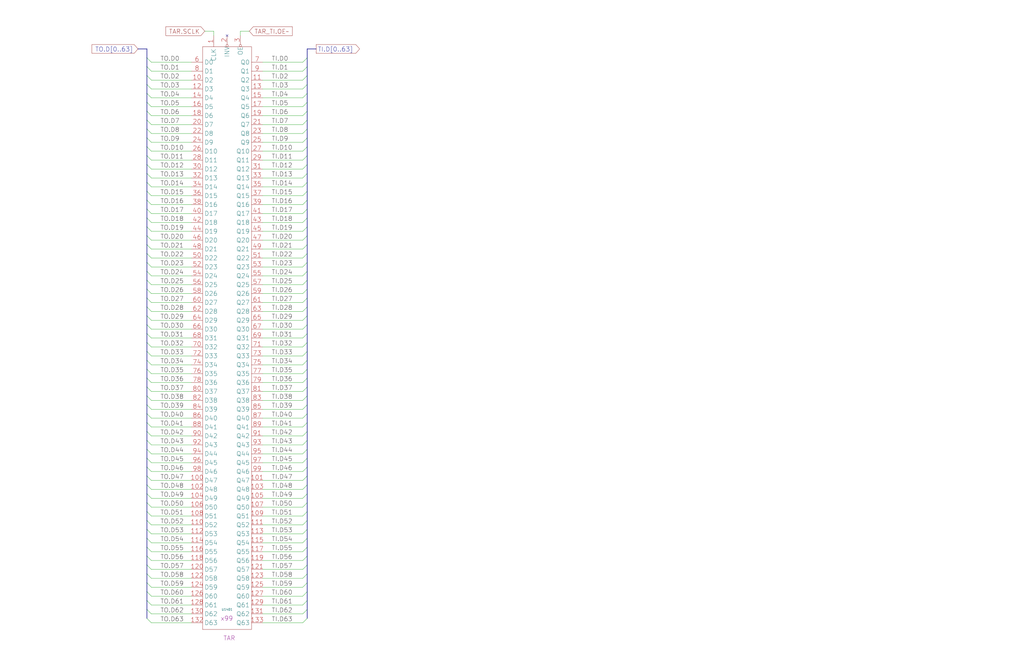
<source format=kicad_sch>
(kicad_sch (version 20211123) (generator eeschema)
  (paper "User" 584.2 378.46)
  (title_block (title "TYPE ASSEMBLY REGISTER") (date "20-MAR-90") (rev "1.0") (comment 1 "FIU") (comment 2 "232-003065") (comment 3 "S400") (comment 4 "RELEASED"))
  (lib_symbols
    (symbol "r1000:XREG64" (pin_names (offset 1.016))
      (property "Reference" "U" (at 2.54 5.08 0))
      (property "Value" "XREG64" (at -1.27 -5.08 0))
      (property "Location" "___" (at -1.27 0 0))
      (property "Name" "______" (at 3.81 -12.7 0))
      (symbol "XREG64_1_1"
        (rectangle (start -11.43 326.39) (end 16.51 -6.35))
        (circle (center 2.54 327.025) (radius 0.635))
        (circle (center 10.16 327.025) (radius 0.635))
        (pin input line (at -5.08 332.74 270) (length 6.35) (name "CLK") (number "1"))
        (pin input line (at -17.78 307.34 0) (length 6.35) (name "D2") (number "10"))
        (pin input line (at -17.78 78.74 0) (length 6.35) (name "D47") (number "100"))
        (pin tri_state line (at 22.86 78.74 180) (length 6.35) (name "Q47") (number "101"))
        (pin input line (at -17.78 73.66 0) (length 6.35) (name "D48") (number "102"))
        (pin tri_state line (at 22.86 73.66 180) (length 6.35) (name "Q48") (number "103"))
        (pin input line (at -17.78 68.58 0) (length 6.35) (name "D49") (number "104"))
        (pin tri_state line (at 22.86 68.58 180) (length 6.35) (name "Q49") (number "105"))
        (pin input line (at -17.78 63.5 0) (length 6.35) (name "D50") (number "106"))
        (pin tri_state line (at 22.86 63.5 180) (length 6.35) (name "Q50") (number "107"))
        (pin input line (at -17.78 58.42 0) (length 6.35) (name "D51") (number "108"))
        (pin tri_state line (at 22.86 58.42 180) (length 6.35) (name "Q51") (number "109"))
        (pin tri_state line (at 22.86 307.34 180) (length 6.35) (name "Q2") (number "11"))
        (pin input line (at -17.78 53.34 0) (length 6.35) (name "D52") (number "110"))
        (pin tri_state line (at 22.86 53.34 180) (length 6.35) (name "Q52") (number "111"))
        (pin input line (at -17.78 48.26 0) (length 6.35) (name "D53") (number "112"))
        (pin tri_state line (at 22.86 48.26 180) (length 6.35) (name "Q53") (number "113"))
        (pin input line (at -17.78 43.18 0) (length 6.35) (name "D54") (number "114"))
        (pin tri_state line (at 22.86 43.18 180) (length 6.35) (name "Q54") (number "115"))
        (pin input line (at -17.78 38.1 0) (length 6.35) (name "D55") (number "116"))
        (pin tri_state line (at 22.86 38.1 180) (length 6.35) (name "Q55") (number "117"))
        (pin input line (at -17.78 33.02 0) (length 6.35) (name "D56") (number "118"))
        (pin tri_state line (at 22.86 33.02 180) (length 6.35) (name "Q56") (number "119"))
        (pin input line (at -17.78 302.26 0) (length 6.35) (name "D3") (number "12"))
        (pin input line (at -17.78 27.94 0) (length 6.35) (name "D57") (number "120"))
        (pin tri_state line (at 22.86 27.94 180) (length 6.35) (name "Q57") (number "121"))
        (pin input line (at -17.78 22.86 0) (length 6.35) (name "D58") (number "122"))
        (pin tri_state line (at 22.86 22.86 180) (length 6.35) (name "Q58") (number "123"))
        (pin input line (at -17.78 17.78 0) (length 6.35) (name "D59") (number "124"))
        (pin tri_state line (at 22.86 17.78 180) (length 6.35) (name "Q59") (number "125"))
        (pin input line (at -17.78 12.7 0) (length 6.35) (name "D60") (number "126"))
        (pin tri_state line (at 22.86 12.7 180) (length 6.35) (name "Q60") (number "127"))
        (pin input line (at -17.78 7.62 0) (length 6.35) (name "D61") (number "128"))
        (pin tri_state line (at 22.86 7.62 180) (length 6.35) (name "Q61") (number "129"))
        (pin tri_state line (at 22.86 302.26 180) (length 6.35) (name "Q3") (number "13"))
        (pin input line (at -17.78 2.54 0) (length 6.35) (name "D62") (number "130"))
        (pin tri_state line (at 22.86 2.54 180) (length 6.35) (name "Q62") (number "131"))
        (pin input line (at -17.78 -2.54 0) (length 6.35) (name "D63") (number "132"))
        (pin tri_state line (at 22.86 -2.54 180) (length 6.35) (name "Q63") (number "133"))
        (pin input line (at -17.78 297.18 0) (length 6.35) (name "D4") (number "14"))
        (pin tri_state line (at 22.86 297.18 180) (length 6.35) (name "Q4") (number "15"))
        (pin input line (at -17.78 292.1 0) (length 6.35) (name "D5") (number "16"))
        (pin tri_state line (at 22.86 292.1 180) (length 6.35) (name "Q5") (number "17"))
        (pin input line (at -17.78 287.02 0) (length 6.35) (name "D6") (number "18"))
        (pin tri_state line (at 22.86 287.02 180) (length 6.35) (name "Q6") (number "19"))
        (pin input line (at 2.54 332.74 270) (length 5.08) (name "INV") (number "2"))
        (pin input line (at -17.78 281.94 0) (length 6.35) (name "D7") (number "20"))
        (pin tri_state line (at 22.86 281.94 180) (length 6.35) (name "Q7") (number "21"))
        (pin input line (at -17.78 276.86 0) (length 6.35) (name "D8") (number "22"))
        (pin tri_state line (at 22.86 276.86 180) (length 6.35) (name "Q8") (number "23"))
        (pin input line (at -17.78 271.78 0) (length 6.35) (name "D9") (number "24"))
        (pin tri_state line (at 22.86 271.78 180) (length 6.35) (name "Q9") (number "25"))
        (pin input line (at -17.78 266.7 0) (length 6.35) (name "D10") (number "26"))
        (pin tri_state line (at 22.86 266.7 180) (length 6.35) (name "Q10") (number "27"))
        (pin input line (at -17.78 261.62 0) (length 6.35) (name "D11") (number "28"))
        (pin tri_state line (at 22.86 261.62 180) (length 6.35) (name "Q11") (number "29"))
        (pin input line (at 10.16 332.74 270) (length 5.08) (name "OE") (number "3"))
        (pin input line (at -17.78 256.54 0) (length 6.35) (name "D12") (number "30"))
        (pin tri_state line (at 22.86 256.54 180) (length 6.35) (name "Q12") (number "31"))
        (pin input line (at -17.78 251.46 0) (length 6.35) (name "D13") (number "32"))
        (pin tri_state line (at 22.86 251.46 180) (length 6.35) (name "Q13") (number "33"))
        (pin input line (at -17.78 246.38 0) (length 6.35) (name "D14") (number "34"))
        (pin tri_state line (at 22.86 246.38 180) (length 6.35) (name "Q14") (number "35"))
        (pin input line (at -17.78 241.3 0) (length 6.35) (name "D15") (number "36"))
        (pin tri_state line (at 22.86 241.3 180) (length 6.35) (name "Q15") (number "37"))
        (pin input line (at -17.78 236.22 0) (length 6.35) (name "D16") (number "38"))
        (pin tri_state line (at 22.86 236.22 180) (length 6.35) (name "Q16") (number "39"))
        (pin input line (at -17.78 231.14 0) (length 6.35) (name "D17") (number "40"))
        (pin tri_state line (at 22.86 231.14 180) (length 6.35) (name "Q17") (number "41"))
        (pin input line (at -17.78 226.06 0) (length 6.35) (name "D18") (number "42"))
        (pin tri_state line (at 22.86 226.06 180) (length 6.35) (name "Q18") (number "43"))
        (pin input line (at -17.78 220.98 0) (length 6.35) (name "D19") (number "44"))
        (pin tri_state line (at 22.86 220.98 180) (length 6.35) (name "Q19") (number "45"))
        (pin input line (at -17.78 215.9 0) (length 6.35) (name "D20") (number "46"))
        (pin tri_state line (at 22.86 215.9 180) (length 6.35) (name "Q20") (number "47"))
        (pin input line (at -17.78 210.82 0) (length 6.35) (name "D21") (number "48"))
        (pin tri_state line (at 22.86 210.82 180) (length 6.35) (name "Q21") (number "49"))
        (pin input line (at -17.78 205.74 0) (length 6.35) (name "D22") (number "50"))
        (pin tri_state line (at 22.86 205.74 180) (length 6.35) (name "Q22") (number "51"))
        (pin input line (at -17.78 200.66 0) (length 6.35) (name "D23") (number "52"))
        (pin tri_state line (at 22.86 200.66 180) (length 6.35) (name "Q23") (number "53"))
        (pin input line (at -17.78 195.58 0) (length 6.35) (name "D24") (number "54"))
        (pin tri_state line (at 22.86 195.58 180) (length 6.35) (name "Q24") (number "55"))
        (pin input line (at -17.78 190.5 0) (length 6.35) (name "D25") (number "56"))
        (pin tri_state line (at 22.86 190.5 180) (length 6.35) (name "Q25") (number "57"))
        (pin input line (at -17.78 185.42 0) (length 6.35) (name "D26") (number "58"))
        (pin tri_state line (at 22.86 185.42 180) (length 6.35) (name "Q26") (number "59"))
        (pin input line (at -17.78 317.5 0) (length 6.35) (name "D0") (number "6"))
        (pin input line (at -17.78 180.34 0) (length 6.35) (name "D27") (number "60"))
        (pin tri_state line (at 22.86 180.34 180) (length 6.35) (name "Q27") (number "61"))
        (pin input line (at -17.78 175.26 0) (length 6.35) (name "D28") (number "62"))
        (pin tri_state line (at 22.86 175.26 180) (length 6.35) (name "Q28") (number "63"))
        (pin input line (at -17.78 170.18 0) (length 6.35) (name "D29") (number "64"))
        (pin tri_state line (at 22.86 170.18 180) (length 6.35) (name "Q29") (number "65"))
        (pin input line (at -17.78 165.1 0) (length 6.35) (name "D30") (number "66"))
        (pin tri_state line (at 22.86 165.1 180) (length 6.35) (name "Q30") (number "67"))
        (pin input line (at -17.78 160.02 0) (length 6.35) (name "D31") (number "68"))
        (pin tri_state line (at 22.86 160.02 180) (length 6.35) (name "Q31") (number "69"))
        (pin tri_state line (at 22.86 317.5 180) (length 6.35) (name "Q0") (number "7"))
        (pin input line (at -17.78 154.94 0) (length 6.35) (name "D32") (number "70"))
        (pin tri_state line (at 22.86 154.94 180) (length 6.35) (name "Q32") (number "71"))
        (pin input line (at -17.78 149.86 0) (length 6.35) (name "D33") (number "72"))
        (pin tri_state line (at 22.86 149.86 180) (length 6.35) (name "Q33") (number "73"))
        (pin input line (at -17.78 144.78 0) (length 6.35) (name "D34") (number "74"))
        (pin tri_state line (at 22.86 144.78 180) (length 6.35) (name "Q34") (number "75"))
        (pin input line (at -17.78 139.7 0) (length 6.35) (name "D35") (number "76"))
        (pin tri_state line (at 22.86 139.7 180) (length 6.35) (name "Q35") (number "77"))
        (pin input line (at -17.78 134.62 0) (length 6.35) (name "D36") (number "78"))
        (pin tri_state line (at 22.86 134.62 180) (length 6.35) (name "Q36") (number "79"))
        (pin input line (at -17.78 312.42 0) (length 6.35) (name "D1") (number "8"))
        (pin input line (at -17.78 129.54 0) (length 6.35) (name "D37") (number "80"))
        (pin tri_state line (at 22.86 129.54 180) (length 6.35) (name "Q37") (number "81"))
        (pin input line (at -17.78 124.46 0) (length 6.35) (name "D38") (number "82"))
        (pin tri_state line (at 22.86 124.46 180) (length 6.35) (name "Q38") (number "83"))
        (pin input line (at -17.78 119.38 0) (length 6.35) (name "D39") (number "84"))
        (pin tri_state line (at 22.86 119.38 180) (length 6.35) (name "Q39") (number "85"))
        (pin input line (at -17.78 114.3 0) (length 6.35) (name "D40") (number "86"))
        (pin tri_state line (at 22.86 114.3 180) (length 6.35) (name "Q40") (number "87"))
        (pin input line (at -17.78 109.22 0) (length 6.35) (name "D41") (number "88"))
        (pin tri_state line (at 22.86 109.22 180) (length 6.35) (name "Q41") (number "89"))
        (pin tri_state line (at 22.86 312.42 180) (length 6.35) (name "Q1") (number "9"))
        (pin input line (at -17.78 104.14 0) (length 6.35) (name "D42") (number "90"))
        (pin tri_state line (at 22.86 104.14 180) (length 6.35) (name "Q42") (number "91"))
        (pin input line (at -17.78 99.06 0) (length 6.35) (name "D43") (number "92"))
        (pin tri_state line (at 22.86 99.06 180) (length 6.35) (name "Q43") (number "93"))
        (pin input line (at -17.78 93.98 0) (length 6.35) (name "D44") (number "94"))
        (pin tri_state line (at 22.86 93.98 180) (length 6.35) (name "Q44") (number "95"))
        (pin input line (at -17.78 88.9 0) (length 6.35) (name "D45") (number "96"))
        (pin tri_state line (at 22.86 88.9 180) (length 6.35) (name "Q45") (number "97"))
        (pin input line (at -17.78 83.82 0) (length 6.35) (name "D46") (number "98"))
        (pin tri_state line (at 22.86 83.82 180) (length 6.35) (name "Q46") (number "99"))
      )
    )
  )
  (bus (pts (xy 175.26 104.14) (xy 175.26 109.22)))
  (bus (pts (xy 175.26 109.22) (xy 175.26 114.3)))
  (bus (pts (xy 175.26 114.3) (xy 175.26 119.38)))
  (bus (pts (xy 175.26 119.38) (xy 175.26 124.46)))
  (bus (pts (xy 175.26 124.46) (xy 175.26 129.54)))
  (bus (pts (xy 175.26 129.54) (xy 175.26 134.62)))
  (bus (pts (xy 175.26 134.62) (xy 175.26 139.7)))
  (bus (pts (xy 175.26 139.7) (xy 175.26 144.78)))
  (bus (pts (xy 175.26 144.78) (xy 175.26 149.86)))
  (bus (pts (xy 175.26 149.86) (xy 175.26 154.94)))
  (bus (pts (xy 175.26 154.94) (xy 175.26 160.02)))
  (bus (pts (xy 175.26 160.02) (xy 175.26 165.1)))
  (bus (pts (xy 175.26 165.1) (xy 175.26 170.18)))
  (bus (pts (xy 175.26 170.18) (xy 175.26 175.26)))
  (bus (pts (xy 175.26 175.26) (xy 175.26 180.34)))
  (bus (pts (xy 175.26 180.34) (xy 175.26 185.42)))
  (bus (pts (xy 175.26 185.42) (xy 175.26 190.5)))
  (bus (pts (xy 175.26 190.5) (xy 175.26 195.58)))
  (bus (pts (xy 175.26 195.58) (xy 175.26 200.66)))
  (bus (pts (xy 175.26 200.66) (xy 175.26 205.74)))
  (bus (pts (xy 175.26 205.74) (xy 175.26 210.82)))
  (bus (pts (xy 175.26 210.82) (xy 175.26 215.9)))
  (bus (pts (xy 175.26 215.9) (xy 175.26 220.98)))
  (bus (pts (xy 175.26 220.98) (xy 175.26 226.06)))
  (bus (pts (xy 175.26 226.06) (xy 175.26 231.14)))
  (bus (pts (xy 175.26 231.14) (xy 175.26 236.22)))
  (bus (pts (xy 175.26 236.22) (xy 175.26 241.3)))
  (bus (pts (xy 175.26 241.3) (xy 175.26 246.38)))
  (bus (pts (xy 175.26 246.38) (xy 175.26 251.46)))
  (bus (pts (xy 175.26 251.46) (xy 175.26 256.54)))
  (bus (pts (xy 175.26 256.54) (xy 175.26 261.62)))
  (bus (pts (xy 175.26 261.62) (xy 175.26 266.7)))
  (bus (pts (xy 175.26 266.7) (xy 175.26 271.78)))
  (bus (pts (xy 175.26 27.94) (xy 175.26 33.02)))
  (bus (pts (xy 175.26 271.78) (xy 175.26 276.86)))
  (bus (pts (xy 175.26 276.86) (xy 175.26 281.94)))
  (bus (pts (xy 175.26 281.94) (xy 175.26 287.02)))
  (bus (pts (xy 175.26 287.02) (xy 175.26 292.1)))
  (bus (pts (xy 175.26 292.1) (xy 175.26 297.18)))
  (bus (pts (xy 175.26 297.18) (xy 175.26 302.26)))
  (bus (pts (xy 175.26 302.26) (xy 175.26 307.34)))
  (bus (pts (xy 175.26 307.34) (xy 175.26 312.42)))
  (bus (pts (xy 175.26 312.42) (xy 175.26 317.5)))
  (bus (pts (xy 175.26 317.5) (xy 175.26 322.58)))
  (bus (pts (xy 175.26 322.58) (xy 175.26 327.66)))
  (bus (pts (xy 175.26 327.66) (xy 175.26 332.74)))
  (bus (pts (xy 175.26 33.02) (xy 175.26 38.1)))
  (bus (pts (xy 175.26 332.74) (xy 175.26 337.82)))
  (bus (pts (xy 175.26 337.82) (xy 175.26 342.9)))
  (bus (pts (xy 175.26 342.9) (xy 175.26 347.98)))
  (bus (pts (xy 175.26 347.98) (xy 175.26 353.06)))
  (bus (pts (xy 175.26 38.1) (xy 175.26 43.18)))
  (bus (pts (xy 175.26 43.18) (xy 175.26 48.26)))
  (bus (pts (xy 175.26 48.26) (xy 175.26 53.34)))
  (bus (pts (xy 175.26 53.34) (xy 175.26 58.42)))
  (bus (pts (xy 175.26 58.42) (xy 175.26 63.5)))
  (bus (pts (xy 175.26 63.5) (xy 175.26 68.58)))
  (bus (pts (xy 175.26 68.58) (xy 175.26 73.66)))
  (bus (pts (xy 175.26 73.66) (xy 175.26 78.74)))
  (bus (pts (xy 175.26 78.74) (xy 175.26 83.82)))
  (bus (pts (xy 175.26 83.82) (xy 175.26 88.9)))
  (bus (pts (xy 175.26 88.9) (xy 175.26 93.98)))
  (bus (pts (xy 175.26 93.98) (xy 175.26 99.06)))
  (bus (pts (xy 175.26 99.06) (xy 175.26 104.14)))
  (bus (pts (xy 180.34 27.94) (xy 175.26 27.94)))
  (bus (pts (xy 78.74 27.94) (xy 83.82 27.94)))
  (bus (pts (xy 83.82 104.14) (xy 83.82 109.22)))
  (bus (pts (xy 83.82 109.22) (xy 83.82 114.3)))
  (bus (pts (xy 83.82 114.3) (xy 83.82 119.38)))
  (bus (pts (xy 83.82 119.38) (xy 83.82 124.46)))
  (bus (pts (xy 83.82 124.46) (xy 83.82 129.54)))
  (bus (pts (xy 83.82 129.54) (xy 83.82 134.62)))
  (bus (pts (xy 83.82 134.62) (xy 83.82 139.7)))
  (bus (pts (xy 83.82 139.7) (xy 83.82 144.78)))
  (bus (pts (xy 83.82 144.78) (xy 83.82 149.86)))
  (bus (pts (xy 83.82 149.86) (xy 83.82 154.94)))
  (bus (pts (xy 83.82 154.94) (xy 83.82 160.02)))
  (bus (pts (xy 83.82 160.02) (xy 83.82 165.1)))
  (bus (pts (xy 83.82 165.1) (xy 83.82 170.18)))
  (bus (pts (xy 83.82 170.18) (xy 83.82 175.26)))
  (bus (pts (xy 83.82 175.26) (xy 83.82 180.34)))
  (bus (pts (xy 83.82 180.34) (xy 83.82 185.42)))
  (bus (pts (xy 83.82 185.42) (xy 83.82 190.5)))
  (bus (pts (xy 83.82 190.5) (xy 83.82 195.58)))
  (bus (pts (xy 83.82 195.58) (xy 83.82 200.66)))
  (bus (pts (xy 83.82 200.66) (xy 83.82 205.74)))
  (bus (pts (xy 83.82 205.74) (xy 83.82 210.82)))
  (bus (pts (xy 83.82 210.82) (xy 83.82 215.9)))
  (bus (pts (xy 83.82 215.9) (xy 83.82 220.98)))
  (bus (pts (xy 83.82 220.98) (xy 83.82 226.06)))
  (bus (pts (xy 83.82 226.06) (xy 83.82 231.14)))
  (bus (pts (xy 83.82 231.14) (xy 83.82 236.22)))
  (bus (pts (xy 83.82 236.22) (xy 83.82 241.3)))
  (bus (pts (xy 83.82 241.3) (xy 83.82 246.38)))
  (bus (pts (xy 83.82 246.38) (xy 83.82 251.46)))
  (bus (pts (xy 83.82 251.46) (xy 83.82 256.54)))
  (bus (pts (xy 83.82 256.54) (xy 83.82 261.62)))
  (bus (pts (xy 83.82 261.62) (xy 83.82 266.7)))
  (bus (pts (xy 83.82 266.7) (xy 83.82 271.78)))
  (bus (pts (xy 83.82 27.94) (xy 83.82 33.02)))
  (bus (pts (xy 83.82 271.78) (xy 83.82 276.86)))
  (bus (pts (xy 83.82 276.86) (xy 83.82 281.94)))
  (bus (pts (xy 83.82 281.94) (xy 83.82 287.02)))
  (bus (pts (xy 83.82 287.02) (xy 83.82 292.1)))
  (bus (pts (xy 83.82 292.1) (xy 83.82 297.18)))
  (bus (pts (xy 83.82 297.18) (xy 83.82 302.26)))
  (bus (pts (xy 83.82 302.26) (xy 83.82 307.34)))
  (bus (pts (xy 83.82 307.34) (xy 83.82 312.42)))
  (bus (pts (xy 83.82 312.42) (xy 83.82 317.5)))
  (bus (pts (xy 83.82 317.5) (xy 83.82 322.58)))
  (bus (pts (xy 83.82 322.58) (xy 83.82 327.66)))
  (bus (pts (xy 83.82 327.66) (xy 83.82 332.74)))
  (bus (pts (xy 83.82 33.02) (xy 83.82 38.1)))
  (bus (pts (xy 83.82 332.74) (xy 83.82 337.82)))
  (bus (pts (xy 83.82 337.82) (xy 83.82 342.9)))
  (bus (pts (xy 83.82 342.9) (xy 83.82 347.98)))
  (bus (pts (xy 83.82 347.98) (xy 83.82 353.06)))
  (bus (pts (xy 83.82 38.1) (xy 83.82 43.18)))
  (bus (pts (xy 83.82 43.18) (xy 83.82 48.26)))
  (bus (pts (xy 83.82 48.26) (xy 83.82 53.34)))
  (bus (pts (xy 83.82 53.34) (xy 83.82 58.42)))
  (bus (pts (xy 83.82 58.42) (xy 83.82 63.5)))
  (bus (pts (xy 83.82 63.5) (xy 83.82 68.58)))
  (bus (pts (xy 83.82 68.58) (xy 83.82 73.66)))
  (bus (pts (xy 83.82 73.66) (xy 83.82 78.74)))
  (bus (pts (xy 83.82 78.74) (xy 83.82 83.82)))
  (bus (pts (xy 83.82 83.82) (xy 83.82 88.9)))
  (bus (pts (xy 83.82 88.9) (xy 83.82 93.98)))
  (bus (pts (xy 83.82 93.98) (xy 83.82 99.06)))
  (bus (pts (xy 83.82 99.06) (xy 83.82 104.14)))
  (wire (pts (xy 116.84 17.78) (xy 121.92 17.78)))
  (wire (pts (xy 121.92 17.78) (xy 121.92 20.32)))
  (wire (pts (xy 137.16 17.78) (xy 137.16 20.32)))
  (wire (pts (xy 142.24 17.78) (xy 137.16 17.78)))
  (wire (pts (xy 149.86 101.6) (xy 172.72 101.6)))
  (wire (pts (xy 149.86 106.68) (xy 172.72 106.68)))
  (wire (pts (xy 149.86 111.76) (xy 172.72 111.76)))
  (wire (pts (xy 149.86 116.84) (xy 172.72 116.84)))
  (wire (pts (xy 149.86 121.92) (xy 172.72 121.92)))
  (wire (pts (xy 149.86 127) (xy 172.72 127)))
  (wire (pts (xy 149.86 132.08) (xy 172.72 132.08)))
  (wire (pts (xy 149.86 137.16) (xy 172.72 137.16)))
  (wire (pts (xy 149.86 142.24) (xy 172.72 142.24)))
  (wire (pts (xy 149.86 147.32) (xy 172.72 147.32)))
  (wire (pts (xy 149.86 152.4) (xy 172.72 152.4)))
  (wire (pts (xy 149.86 157.48) (xy 172.72 157.48)))
  (wire (pts (xy 149.86 162.56) (xy 172.72 162.56)))
  (wire (pts (xy 149.86 167.64) (xy 172.72 167.64)))
  (wire (pts (xy 149.86 172.72) (xy 172.72 172.72)))
  (wire (pts (xy 149.86 177.8) (xy 172.72 177.8)))
  (wire (pts (xy 149.86 182.88) (xy 172.72 182.88)))
  (wire (pts (xy 149.86 187.96) (xy 172.72 187.96)))
  (wire (pts (xy 149.86 193.04) (xy 172.72 193.04)))
  (wire (pts (xy 149.86 198.12) (xy 172.72 198.12)))
  (wire (pts (xy 149.86 203.2) (xy 172.72 203.2)))
  (wire (pts (xy 149.86 208.28) (xy 172.72 208.28)))
  (wire (pts (xy 149.86 213.36) (xy 172.72 213.36)))
  (wire (pts (xy 149.86 218.44) (xy 172.72 218.44)))
  (wire (pts (xy 149.86 223.52) (xy 172.72 223.52)))
  (wire (pts (xy 149.86 228.6) (xy 172.72 228.6)))
  (wire (pts (xy 149.86 233.68) (xy 172.72 233.68)))
  (wire (pts (xy 149.86 238.76) (xy 172.72 238.76)))
  (wire (pts (xy 149.86 243.84) (xy 172.72 243.84)))
  (wire (pts (xy 149.86 248.92) (xy 172.72 248.92)))
  (wire (pts (xy 149.86 254) (xy 172.72 254)))
  (wire (pts (xy 149.86 259.08) (xy 172.72 259.08)))
  (wire (pts (xy 149.86 264.16) (xy 172.72 264.16)))
  (wire (pts (xy 149.86 269.24) (xy 172.72 269.24)))
  (wire (pts (xy 149.86 274.32) (xy 172.72 274.32)))
  (wire (pts (xy 149.86 279.4) (xy 172.72 279.4)))
  (wire (pts (xy 149.86 284.48) (xy 172.72 284.48)))
  (wire (pts (xy 149.86 289.56) (xy 172.72 289.56)))
  (wire (pts (xy 149.86 294.64) (xy 172.72 294.64)))
  (wire (pts (xy 149.86 299.72) (xy 172.72 299.72)))
  (wire (pts (xy 149.86 304.8) (xy 172.72 304.8)))
  (wire (pts (xy 149.86 309.88) (xy 172.72 309.88)))
  (wire (pts (xy 149.86 314.96) (xy 172.72 314.96)))
  (wire (pts (xy 149.86 320.04) (xy 172.72 320.04)))
  (wire (pts (xy 149.86 325.12) (xy 172.72 325.12)))
  (wire (pts (xy 149.86 330.2) (xy 172.72 330.2)))
  (wire (pts (xy 149.86 335.28) (xy 172.72 335.28)))
  (wire (pts (xy 149.86 340.36) (xy 172.72 340.36)))
  (wire (pts (xy 149.86 345.44) (xy 172.72 345.44)))
  (wire (pts (xy 149.86 35.56) (xy 172.72 35.56)))
  (wire (pts (xy 149.86 350.52) (xy 172.72 350.52)))
  (wire (pts (xy 149.86 355.6) (xy 172.72 355.6)))
  (wire (pts (xy 149.86 40.64) (xy 172.72 40.64)))
  (wire (pts (xy 149.86 45.72) (xy 172.72 45.72)))
  (wire (pts (xy 149.86 50.8) (xy 172.72 50.8)))
  (wire (pts (xy 149.86 55.88) (xy 172.72 55.88)))
  (wire (pts (xy 149.86 60.96) (xy 172.72 60.96)))
  (wire (pts (xy 149.86 66.04) (xy 172.72 66.04)))
  (wire (pts (xy 149.86 71.12) (xy 172.72 71.12)))
  (wire (pts (xy 149.86 76.2) (xy 172.72 76.2)))
  (wire (pts (xy 149.86 81.28) (xy 172.72 81.28)))
  (wire (pts (xy 149.86 86.36) (xy 172.72 86.36)))
  (wire (pts (xy 149.86 91.44) (xy 172.72 91.44)))
  (wire (pts (xy 149.86 96.52) (xy 172.72 96.52)))
  (wire (pts (xy 86.36 101.6) (xy 109.22 101.6)))
  (wire (pts (xy 86.36 106.68) (xy 109.22 106.68)))
  (wire (pts (xy 86.36 111.76) (xy 109.22 111.76)))
  (wire (pts (xy 86.36 116.84) (xy 109.22 116.84)))
  (wire (pts (xy 86.36 121.92) (xy 109.22 121.92)))
  (wire (pts (xy 86.36 127) (xy 109.22 127)))
  (wire (pts (xy 86.36 132.08) (xy 109.22 132.08)))
  (wire (pts (xy 86.36 137.16) (xy 109.22 137.16)))
  (wire (pts (xy 86.36 142.24) (xy 109.22 142.24)))
  (wire (pts (xy 86.36 147.32) (xy 109.22 147.32)))
  (wire (pts (xy 86.36 152.4) (xy 109.22 152.4)))
  (wire (pts (xy 86.36 157.48) (xy 109.22 157.48)))
  (wire (pts (xy 86.36 162.56) (xy 109.22 162.56)))
  (wire (pts (xy 86.36 167.64) (xy 109.22 167.64)))
  (wire (pts (xy 86.36 172.72) (xy 109.22 172.72)))
  (wire (pts (xy 86.36 177.8) (xy 109.22 177.8)))
  (wire (pts (xy 86.36 182.88) (xy 109.22 182.88)))
  (wire (pts (xy 86.36 187.96) (xy 109.22 187.96)))
  (wire (pts (xy 86.36 193.04) (xy 109.22 193.04)))
  (wire (pts (xy 86.36 198.12) (xy 109.22 198.12)))
  (wire (pts (xy 86.36 203.2) (xy 109.22 203.2)))
  (wire (pts (xy 86.36 208.28) (xy 109.22 208.28)))
  (wire (pts (xy 86.36 213.36) (xy 109.22 213.36)))
  (wire (pts (xy 86.36 218.44) (xy 109.22 218.44)))
  (wire (pts (xy 86.36 223.52) (xy 109.22 223.52)))
  (wire (pts (xy 86.36 228.6) (xy 109.22 228.6)))
  (wire (pts (xy 86.36 233.68) (xy 109.22 233.68)))
  (wire (pts (xy 86.36 238.76) (xy 109.22 238.76)))
  (wire (pts (xy 86.36 243.84) (xy 109.22 243.84)))
  (wire (pts (xy 86.36 248.92) (xy 109.22 248.92)))
  (wire (pts (xy 86.36 254) (xy 109.22 254)))
  (wire (pts (xy 86.36 259.08) (xy 109.22 259.08)))
  (wire (pts (xy 86.36 264.16) (xy 109.22 264.16)))
  (wire (pts (xy 86.36 269.24) (xy 109.22 269.24)))
  (wire (pts (xy 86.36 274.32) (xy 109.22 274.32)))
  (wire (pts (xy 86.36 279.4) (xy 109.22 279.4)))
  (wire (pts (xy 86.36 284.48) (xy 109.22 284.48)))
  (wire (pts (xy 86.36 289.56) (xy 109.22 289.56)))
  (wire (pts (xy 86.36 294.64) (xy 109.22 294.64)))
  (wire (pts (xy 86.36 299.72) (xy 109.22 299.72)))
  (wire (pts (xy 86.36 304.8) (xy 109.22 304.8)))
  (wire (pts (xy 86.36 309.88) (xy 109.22 309.88)))
  (wire (pts (xy 86.36 314.96) (xy 109.22 314.96)))
  (wire (pts (xy 86.36 320.04) (xy 109.22 320.04)))
  (wire (pts (xy 86.36 325.12) (xy 109.22 325.12)))
  (wire (pts (xy 86.36 330.2) (xy 109.22 330.2)))
  (wire (pts (xy 86.36 335.28) (xy 109.22 335.28)))
  (wire (pts (xy 86.36 340.36) (xy 109.22 340.36)))
  (wire (pts (xy 86.36 345.44) (xy 109.22 345.44)))
  (wire (pts (xy 86.36 35.56) (xy 109.22 35.56)))
  (wire (pts (xy 86.36 350.52) (xy 109.22 350.52)))
  (wire (pts (xy 86.36 355.6) (xy 109.22 355.6)))
  (wire (pts (xy 86.36 40.64) (xy 109.22 40.64)))
  (wire (pts (xy 86.36 45.72) (xy 109.22 45.72)))
  (wire (pts (xy 86.36 50.8) (xy 109.22 50.8)))
  (wire (pts (xy 86.36 55.88) (xy 109.22 55.88)))
  (wire (pts (xy 86.36 60.96) (xy 109.22 60.96)))
  (wire (pts (xy 86.36 66.04) (xy 109.22 66.04)))
  (wire (pts (xy 86.36 71.12) (xy 109.22 71.12)))
  (wire (pts (xy 86.36 76.2) (xy 109.22 76.2)))
  (wire (pts (xy 86.36 81.28) (xy 109.22 81.28)))
  (wire (pts (xy 86.36 86.36) (xy 109.22 86.36)))
  (wire (pts (xy 86.36 91.44) (xy 109.22 91.44)))
  (wire (pts (xy 86.36 96.52) (xy 109.22 96.52)))
  (global_label "TO.D[0..63]" (shape input) (at 78.74 27.94 180) (effects (font (size 2.54 2.54))) (property "Intersheet References" "${INTERSHEET_REFS}" (at 52.5054 27.7813 0) (effects (font (size 2.54 2.54)) (justify right))))
  (bus_entry (at 83.82 33.02) (size 2.54 2.54))
  (bus_entry (at 83.82 38.1) (size 2.54 2.54))
  (bus_entry (at 83.82 43.18) (size 2.54 2.54))
  (bus_entry (at 83.82 48.26) (size 2.54 2.54))
  (bus_entry (at 83.82 53.34) (size 2.54 2.54))
  (bus_entry (at 83.82 58.42) (size 2.54 2.54))
  (bus_entry (at 83.82 63.5) (size 2.54 2.54))
  (bus_entry (at 83.82 68.58) (size 2.54 2.54))
  (bus_entry (at 83.82 73.66) (size 2.54 2.54))
  (bus_entry (at 83.82 78.74) (size 2.54 2.54))
  (bus_entry (at 83.82 83.82) (size 2.54 2.54))
  (bus_entry (at 83.82 88.9) (size 2.54 2.54))
  (bus_entry (at 83.82 93.98) (size 2.54 2.54))
  (bus_entry (at 83.82 99.06) (size 2.54 2.54))
  (bus_entry (at 83.82 104.14) (size 2.54 2.54))
  (bus_entry (at 83.82 109.22) (size 2.54 2.54))
  (bus_entry (at 83.82 114.3) (size 2.54 2.54))
  (bus_entry (at 83.82 119.38) (size 2.54 2.54))
  (bus_entry (at 83.82 124.46) (size 2.54 2.54))
  (bus_entry (at 83.82 129.54) (size 2.54 2.54))
  (bus_entry (at 83.82 134.62) (size 2.54 2.54))
  (bus_entry (at 83.82 139.7) (size 2.54 2.54))
  (bus_entry (at 83.82 144.78) (size 2.54 2.54))
  (bus_entry (at 83.82 149.86) (size 2.54 2.54))
  (bus_entry (at 83.82 154.94) (size 2.54 2.54))
  (bus_entry (at 83.82 160.02) (size 2.54 2.54))
  (bus_entry (at 83.82 165.1) (size 2.54 2.54))
  (bus_entry (at 83.82 170.18) (size 2.54 2.54))
  (bus_entry (at 83.82 175.26) (size 2.54 2.54))
  (bus_entry (at 83.82 180.34) (size 2.54 2.54))
  (bus_entry (at 83.82 185.42) (size 2.54 2.54))
  (bus_entry (at 83.82 190.5) (size 2.54 2.54))
  (bus_entry (at 83.82 195.58) (size 2.54 2.54))
  (bus_entry (at 83.82 200.66) (size 2.54 2.54))
  (bus_entry (at 83.82 205.74) (size 2.54 2.54))
  (bus_entry (at 83.82 210.82) (size 2.54 2.54))
  (bus_entry (at 83.82 215.9) (size 2.54 2.54))
  (bus_entry (at 83.82 220.98) (size 2.54 2.54))
  (bus_entry (at 83.82 226.06) (size 2.54 2.54))
  (bus_entry (at 83.82 231.14) (size 2.54 2.54))
  (bus_entry (at 83.82 236.22) (size 2.54 2.54))
  (bus_entry (at 83.82 241.3) (size 2.54 2.54))
  (bus_entry (at 83.82 246.38) (size 2.54 2.54))
  (bus_entry (at 83.82 251.46) (size 2.54 2.54))
  (bus_entry (at 83.82 256.54) (size 2.54 2.54))
  (bus_entry (at 83.82 261.62) (size 2.54 2.54))
  (bus_entry (at 83.82 266.7) (size 2.54 2.54))
  (bus_entry (at 83.82 271.78) (size 2.54 2.54))
  (bus_entry (at 83.82 276.86) (size 2.54 2.54))
  (bus_entry (at 83.82 281.94) (size 2.54 2.54))
  (bus_entry (at 83.82 287.02) (size 2.54 2.54))
  (bus_entry (at 83.82 292.1) (size 2.54 2.54))
  (bus_entry (at 83.82 297.18) (size 2.54 2.54))
  (bus_entry (at 83.82 302.26) (size 2.54 2.54))
  (bus_entry (at 83.82 307.34) (size 2.54 2.54))
  (bus_entry (at 83.82 312.42) (size 2.54 2.54))
  (bus_entry (at 83.82 317.5) (size 2.54 2.54))
  (bus_entry (at 83.82 322.58) (size 2.54 2.54))
  (bus_entry (at 83.82 327.66) (size 2.54 2.54))
  (bus_entry (at 83.82 332.74) (size 2.54 2.54))
  (bus_entry (at 83.82 337.82) (size 2.54 2.54))
  (bus_entry (at 83.82 342.9) (size 2.54 2.54))
  (bus_entry (at 83.82 347.98) (size 2.54 2.54))
  (bus_entry (at 83.82 353.06) (size 2.54 2.54))
  (label "TO.D0" (at 91.44 35.56 0) (effects (font (size 2.54 2.54))))
  (label "TO.D1" (at 91.44 40.64 0) (effects (font (size 2.54 2.54))))
  (label "TO.D2" (at 91.44 45.72 0) (effects (font (size 2.54 2.54))))
  (label "TO.D3" (at 91.44 50.8 0) (effects (font (size 2.54 2.54))))
  (label "TO.D4" (at 91.44 55.88 0) (effects (font (size 2.54 2.54))))
  (label "TO.D5" (at 91.44 60.96 0) (effects (font (size 2.54 2.54))))
  (label "TO.D6" (at 91.44 66.04 0) (effects (font (size 2.54 2.54))))
  (label "TO.D7" (at 91.44 71.12 0) (effects (font (size 2.54 2.54))))
  (label "TO.D8" (at 91.44 76.2 0) (effects (font (size 2.54 2.54))))
  (label "TO.D9" (at 91.44 81.28 0) (effects (font (size 2.54 2.54))))
  (label "TO.D10" (at 91.44 86.36 0) (effects (font (size 2.54 2.54))))
  (label "TO.D11" (at 91.44 91.44 0) (effects (font (size 2.54 2.54))))
  (label "TO.D12" (at 91.44 96.52 0) (effects (font (size 2.54 2.54))))
  (label "TO.D13" (at 91.44 101.6 0) (effects (font (size 2.54 2.54))))
  (label "TO.D14" (at 91.44 106.68 0) (effects (font (size 2.54 2.54))))
  (label "TO.D15" (at 91.44 111.76 0) (effects (font (size 2.54 2.54))))
  (label "TO.D16" (at 91.44 116.84 0) (effects (font (size 2.54 2.54))))
  (label "TO.D17" (at 91.44 121.92 0) (effects (font (size 2.54 2.54))))
  (label "TO.D18" (at 91.44 127 0) (effects (font (size 2.54 2.54))))
  (label "TO.D19" (at 91.44 132.08 0) (effects (font (size 2.54 2.54))))
  (label "TO.D20" (at 91.44 137.16 0) (effects (font (size 2.54 2.54))))
  (label "TO.D21" (at 91.44 142.24 0) (effects (font (size 2.54 2.54))))
  (label "TO.D22" (at 91.44 147.32 0) (effects (font (size 2.54 2.54))))
  (label "TO.D23" (at 91.44 152.4 0) (effects (font (size 2.54 2.54))))
  (label "TO.D24" (at 91.44 157.48 0) (effects (font (size 2.54 2.54))))
  (label "TO.D25" (at 91.44 162.56 0) (effects (font (size 2.54 2.54))))
  (label "TO.D26" (at 91.44 167.64 0) (effects (font (size 2.54 2.54))))
  (label "TO.D27" (at 91.44 172.72 0) (effects (font (size 2.54 2.54))))
  (label "TO.D28" (at 91.44 177.8 0) (effects (font (size 2.54 2.54))))
  (label "TO.D29" (at 91.44 182.88 0) (effects (font (size 2.54 2.54))))
  (label "TO.D30" (at 91.44 187.96 0) (effects (font (size 2.54 2.54))))
  (label "TO.D31" (at 91.44 193.04 0) (effects (font (size 2.54 2.54))))
  (label "TO.D32" (at 91.44 198.12 0) (effects (font (size 2.54 2.54))))
  (label "TO.D33" (at 91.44 203.2 0) (effects (font (size 2.54 2.54))))
  (label "TO.D34" (at 91.44 208.28 0) (effects (font (size 2.54 2.54))))
  (label "TO.D35" (at 91.44 213.36 0) (effects (font (size 2.54 2.54))))
  (label "TO.D36" (at 91.44 218.44 0) (effects (font (size 2.54 2.54))))
  (label "TO.D37" (at 91.44 223.52 0) (effects (font (size 2.54 2.54))))
  (label "TO.D38" (at 91.44 228.6 0) (effects (font (size 2.54 2.54))))
  (label "TO.D39" (at 91.44 233.68 0) (effects (font (size 2.54 2.54))))
  (label "TO.D40" (at 91.44 238.76 0) (effects (font (size 2.54 2.54))))
  (label "TO.D41" (at 91.44 243.84 0) (effects (font (size 2.54 2.54))))
  (label "TO.D42" (at 91.44 248.92 0) (effects (font (size 2.54 2.54))))
  (label "TO.D43" (at 91.44 254 0) (effects (font (size 2.54 2.54))))
  (label "TO.D44" (at 91.44 259.08 0) (effects (font (size 2.54 2.54))))
  (label "TO.D45" (at 91.44 264.16 0) (effects (font (size 2.54 2.54))))
  (label "TO.D46" (at 91.44 269.24 0) (effects (font (size 2.54 2.54))))
  (label "TO.D47" (at 91.44 274.32 0) (effects (font (size 2.54 2.54))))
  (label "TO.D48" (at 91.44 279.4 0) (effects (font (size 2.54 2.54))))
  (label "TO.D49" (at 91.44 284.48 0) (effects (font (size 2.54 2.54))))
  (label "TO.D50" (at 91.44 289.56 0) (effects (font (size 2.54 2.54))))
  (label "TO.D51" (at 91.44 294.64 0) (effects (font (size 2.54 2.54))))
  (label "TO.D52" (at 91.44 299.72 0) (effects (font (size 2.54 2.54))))
  (label "TO.D53" (at 91.44 304.8 0) (effects (font (size 2.54 2.54))))
  (label "TO.D54" (at 91.44 309.88 0) (effects (font (size 2.54 2.54))))
  (label "TO.D55" (at 91.44 314.96 0) (effects (font (size 2.54 2.54))))
  (label "TO.D56" (at 91.44 320.04 0) (effects (font (size 2.54 2.54))))
  (label "TO.D57" (at 91.44 325.12 0) (effects (font (size 2.54 2.54))))
  (label "TO.D58" (at 91.44 330.2 0) (effects (font (size 2.54 2.54))))
  (label "TO.D59" (at 91.44 335.28 0) (effects (font (size 2.54 2.54))))
  (label "TO.D60" (at 91.44 340.36 0) (effects (font (size 2.54 2.54))))
  (label "TO.D61" (at 91.44 345.44 0) (effects (font (size 2.54 2.54))))
  (label "TO.D62" (at 91.44 350.52 0) (effects (font (size 2.54 2.54))))
  (label "TO.D63" (at 91.44 355.6 0) (effects (font (size 2.54 2.54))))
  (global_label "TAR.SCLK" (shape input) (at 116.84 17.78 180) (effects (font (size 2.54 2.54))) (property "Intersheet References" "${INTERSHEET_REFS}" (at 94.5969 17.6213 0) (effects (font (size 2.54 2.54)) (justify right))))
  (symbol (lib_id "r1000:XREG64") (at 127 353.06 0) (unit 1)
    (property "Reference" "U1401" (at 129.54 347.98 0))
    (property "Location" "x99" (at 125.73 353.06 0) (effects (font (size 2.54 2.54)) (justify left)))
    (property "Name" "TAR" (at 130.81 365.76 0) (effects (font (size 2.54 2.54)) (justify bottom)))
  )
  (no_connect (at 129.54 20.32))
  (global_label "TAR_TI.OE~" (shape input) (at 142.24 17.78 0) (effects (font (size 2.54 2.54))) (property "Intersheet References" "${INTERSHEET_REFS}" (at 166.7812 17.6213 0) (effects (font (size 2.54 2.54)) (justify left))))
  (label "TI.D0" (at 154.94 35.56 0) (effects (font (size 2.54 2.54))))
  (label "TI.D1" (at 154.94 40.64 0) (effects (font (size 2.54 2.54))))
  (label "TI.D2" (at 154.94 45.72 0) (effects (font (size 2.54 2.54))))
  (label "TI.D3" (at 154.94 50.8 0) (effects (font (size 2.54 2.54))))
  (label "TI.D4" (at 154.94 55.88 0) (effects (font (size 2.54 2.54))))
  (label "TI.D5" (at 154.94 60.96 0) (effects (font (size 2.54 2.54))))
  (label "TI.D6" (at 154.94 66.04 0) (effects (font (size 2.54 2.54))))
  (label "TI.D7" (at 154.94 71.12 0) (effects (font (size 2.54 2.54))))
  (label "TI.D8" (at 154.94 76.2 0) (effects (font (size 2.54 2.54))))
  (label "TI.D9" (at 154.94 81.28 0) (effects (font (size 2.54 2.54))))
  (label "TI.D10" (at 154.94 86.36 0) (effects (font (size 2.54 2.54))))
  (label "TI.D11" (at 154.94 91.44 0) (effects (font (size 2.54 2.54))))
  (label "TI.D12" (at 154.94 96.52 0) (effects (font (size 2.54 2.54))))
  (label "TI.D13" (at 154.94 101.6 0) (effects (font (size 2.54 2.54))))
  (label "TI.D14" (at 154.94 106.68 0) (effects (font (size 2.54 2.54))))
  (label "TI.D15" (at 154.94 111.76 0) (effects (font (size 2.54 2.54))))
  (label "TI.D16" (at 154.94 116.84 0) (effects (font (size 2.54 2.54))))
  (label "TI.D17" (at 154.94 121.92 0) (effects (font (size 2.54 2.54))))
  (label "TI.D18" (at 154.94 127 0) (effects (font (size 2.54 2.54))))
  (label "TI.D19" (at 154.94 132.08 0) (effects (font (size 2.54 2.54))))
  (label "TI.D20" (at 154.94 137.16 0) (effects (font (size 2.54 2.54))))
  (label "TI.D21" (at 154.94 142.24 0) (effects (font (size 2.54 2.54))))
  (label "TI.D22" (at 154.94 147.32 0) (effects (font (size 2.54 2.54))))
  (label "TI.D23" (at 154.94 152.4 0) (effects (font (size 2.54 2.54))))
  (label "TI.D24" (at 154.94 157.48 0) (effects (font (size 2.54 2.54))))
  (label "TI.D25" (at 154.94 162.56 0) (effects (font (size 2.54 2.54))))
  (label "TI.D26" (at 154.94 167.64 0) (effects (font (size 2.54 2.54))))
  (label "TI.D27" (at 154.94 172.72 0) (effects (font (size 2.54 2.54))))
  (label "TI.D28" (at 154.94 177.8 0) (effects (font (size 2.54 2.54))))
  (label "TI.D29" (at 154.94 182.88 0) (effects (font (size 2.54 2.54))))
  (label "TI.D30" (at 154.94 187.96 0) (effects (font (size 2.54 2.54))))
  (label "TI.D31" (at 154.94 193.04 0) (effects (font (size 2.54 2.54))))
  (label "TI.D32" (at 154.94 198.12 0) (effects (font (size 2.54 2.54))))
  (label "TI.D33" (at 154.94 203.2 0) (effects (font (size 2.54 2.54))))
  (label "TI.D34" (at 154.94 208.28 0) (effects (font (size 2.54 2.54))))
  (label "TI.D35" (at 154.94 213.36 0) (effects (font (size 2.54 2.54))))
  (label "TI.D36" (at 154.94 218.44 0) (effects (font (size 2.54 2.54))))
  (label "TI.D37" (at 154.94 223.52 0) (effects (font (size 2.54 2.54))))
  (label "TI.D38" (at 154.94 228.6 0) (effects (font (size 2.54 2.54))))
  (label "TI.D39" (at 154.94 233.68 0) (effects (font (size 2.54 2.54))))
  (label "TI.D40" (at 154.94 238.76 0) (effects (font (size 2.54 2.54))))
  (label "TI.D41" (at 154.94 243.84 0) (effects (font (size 2.54 2.54))))
  (label "TI.D42" (at 154.94 248.92 0) (effects (font (size 2.54 2.54))))
  (label "TI.D43" (at 154.94 254 0) (effects (font (size 2.54 2.54))))
  (label "TI.D44" (at 154.94 259.08 0) (effects (font (size 2.54 2.54))))
  (label "TI.D45" (at 154.94 264.16 0) (effects (font (size 2.54 2.54))))
  (label "TI.D46" (at 154.94 269.24 0) (effects (font (size 2.54 2.54))))
  (label "TI.D47" (at 154.94 274.32 0) (effects (font (size 2.54 2.54))))
  (label "TI.D48" (at 154.94 279.4 0) (effects (font (size 2.54 2.54))))
  (label "TI.D49" (at 154.94 284.48 0) (effects (font (size 2.54 2.54))))
  (label "TI.D50" (at 154.94 289.56 0) (effects (font (size 2.54 2.54))))
  (label "TI.D51" (at 154.94 294.64 0) (effects (font (size 2.54 2.54))))
  (label "TI.D52" (at 154.94 299.72 0) (effects (font (size 2.54 2.54))))
  (label "TI.D53" (at 154.94 304.8 0) (effects (font (size 2.54 2.54))))
  (label "TI.D54" (at 154.94 309.88 0) (effects (font (size 2.54 2.54))))
  (label "TI.D55" (at 154.94 314.96 0) (effects (font (size 2.54 2.54))))
  (label "TI.D56" (at 154.94 320.04 0) (effects (font (size 2.54 2.54))))
  (label "TI.D57" (at 154.94 325.12 0) (effects (font (size 2.54 2.54))))
  (label "TI.D58" (at 154.94 330.2 0) (effects (font (size 2.54 2.54))))
  (label "TI.D59" (at 154.94 335.28 0) (effects (font (size 2.54 2.54))))
  (label "TI.D60" (at 154.94 340.36 0) (effects (font (size 2.54 2.54))))
  (label "TI.D61" (at 154.94 345.44 0) (effects (font (size 2.54 2.54))))
  (label "TI.D62" (at 154.94 350.52 0) (effects (font (size 2.54 2.54))))
  (label "TI.D63" (at 154.94 355.6 0) (effects (font (size 2.54 2.54))))
  (bus_entry (at 175.26 33.02) (size -2.54 2.54))
  (bus_entry (at 175.26 38.1) (size -2.54 2.54))
  (bus_entry (at 175.26 43.18) (size -2.54 2.54))
  (bus_entry (at 175.26 48.26) (size -2.54 2.54))
  (bus_entry (at 175.26 53.34) (size -2.54 2.54))
  (bus_entry (at 175.26 58.42) (size -2.54 2.54))
  (bus_entry (at 175.26 63.5) (size -2.54 2.54))
  (bus_entry (at 175.26 68.58) (size -2.54 2.54))
  (bus_entry (at 175.26 73.66) (size -2.54 2.54))
  (bus_entry (at 175.26 78.74) (size -2.54 2.54))
  (bus_entry (at 175.26 83.82) (size -2.54 2.54))
  (bus_entry (at 175.26 88.9) (size -2.54 2.54))
  (bus_entry (at 175.26 93.98) (size -2.54 2.54))
  (bus_entry (at 175.26 99.06) (size -2.54 2.54))
  (bus_entry (at 175.26 104.14) (size -2.54 2.54))
  (bus_entry (at 175.26 109.22) (size -2.54 2.54))
  (bus_entry (at 175.26 114.3) (size -2.54 2.54))
  (bus_entry (at 175.26 119.38) (size -2.54 2.54))
  (bus_entry (at 175.26 124.46) (size -2.54 2.54))
  (bus_entry (at 175.26 129.54) (size -2.54 2.54))
  (bus_entry (at 175.26 134.62) (size -2.54 2.54))
  (bus_entry (at 175.26 139.7) (size -2.54 2.54))
  (bus_entry (at 175.26 144.78) (size -2.54 2.54))
  (bus_entry (at 175.26 149.86) (size -2.54 2.54))
  (bus_entry (at 175.26 154.94) (size -2.54 2.54))
  (bus_entry (at 175.26 160.02) (size -2.54 2.54))
  (bus_entry (at 175.26 165.1) (size -2.54 2.54))
  (bus_entry (at 175.26 170.18) (size -2.54 2.54))
  (bus_entry (at 175.26 175.26) (size -2.54 2.54))
  (bus_entry (at 175.26 180.34) (size -2.54 2.54))
  (bus_entry (at 175.26 185.42) (size -2.54 2.54))
  (bus_entry (at 175.26 190.5) (size -2.54 2.54))
  (bus_entry (at 175.26 195.58) (size -2.54 2.54))
  (bus_entry (at 175.26 200.66) (size -2.54 2.54))
  (bus_entry (at 175.26 205.74) (size -2.54 2.54))
  (bus_entry (at 175.26 210.82) (size -2.54 2.54))
  (bus_entry (at 175.26 215.9) (size -2.54 2.54))
  (bus_entry (at 175.26 220.98) (size -2.54 2.54))
  (bus_entry (at 175.26 226.06) (size -2.54 2.54))
  (bus_entry (at 175.26 231.14) (size -2.54 2.54))
  (bus_entry (at 175.26 236.22) (size -2.54 2.54))
  (bus_entry (at 175.26 241.3) (size -2.54 2.54))
  (bus_entry (at 175.26 246.38) (size -2.54 2.54))
  (bus_entry (at 175.26 251.46) (size -2.54 2.54))
  (bus_entry (at 175.26 256.54) (size -2.54 2.54))
  (bus_entry (at 175.26 261.62) (size -2.54 2.54))
  (bus_entry (at 175.26 266.7) (size -2.54 2.54))
  (bus_entry (at 175.26 271.78) (size -2.54 2.54))
  (bus_entry (at 175.26 276.86) (size -2.54 2.54))
  (bus_entry (at 175.26 281.94) (size -2.54 2.54))
  (bus_entry (at 175.26 287.02) (size -2.54 2.54))
  (bus_entry (at 175.26 292.1) (size -2.54 2.54))
  (bus_entry (at 175.26 297.18) (size -2.54 2.54))
  (bus_entry (at 175.26 302.26) (size -2.54 2.54))
  (bus_entry (at 175.26 307.34) (size -2.54 2.54))
  (bus_entry (at 175.26 312.42) (size -2.54 2.54))
  (bus_entry (at 175.26 317.5) (size -2.54 2.54))
  (bus_entry (at 175.26 322.58) (size -2.54 2.54))
  (bus_entry (at 175.26 327.66) (size -2.54 2.54))
  (bus_entry (at 175.26 332.74) (size -2.54 2.54))
  (bus_entry (at 175.26 337.82) (size -2.54 2.54))
  (bus_entry (at 175.26 342.9) (size -2.54 2.54))
  (bus_entry (at 175.26 347.98) (size -2.54 2.54))
  (bus_entry (at 175.26 353.06) (size -2.54 2.54))
  (global_label "TI.D[0..63]" (shape output) (at 180.34 27.94 0) (effects (font (size 2.54 2.54))) (property "Intersheet References" "${INTERSHEET_REFS}" (at 205.1231 27.7813 0) (effects (font (size 2.54 2.54)) (justify left))))
)
</source>
